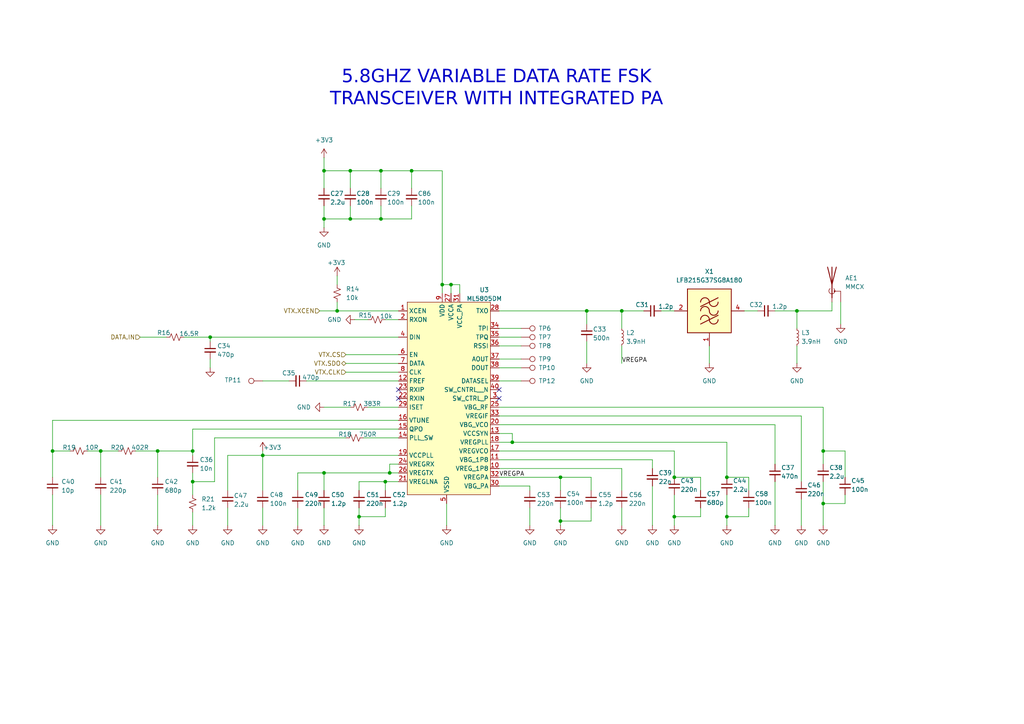
<source format=kicad_sch>
(kicad_sch (version 20250114) (generator "eeschema") (generator_version "9.0")
  (paper "A4")
  (lib_symbols
    (symbol "Connector:TestPoint" (pin_numbers (hide yes)) (pin_names (offset 0.762) (hide yes))
      (property "Reference" "TP" (at 0 6.858 0))
      (property "Value" "TestPoint" (at 0 5.08 0))
      (symbol "TestPoint_0_1"
        (circle (center 0 3.302) (radius 0.762))
      )
      (symbol "TestPoint_1_1"
        (pin passive line (at 0 0 90) (length 2.54) (name "1") (number "1"))
      )
    )
    (symbol "Device:Antenna_Shield" (pin_numbers (hide yes)) (pin_names (offset 1.016) (hide yes))
      (property "Reference" "AE" (at -1.905 4.445 0))
      (property "Value" "Antenna_Shield" (at -1.905 2.54 0))
      (symbol "Antenna_Shield_0_1"
        (arc (start 0 -2.667) (mid -0.8485 -2.1032) (end -0.508 -1.143))
        (polyline (pts (xy 0 5.08) (xy 0 -3.81)) (stroke (width 0.254)))
        (polyline (pts (xy 0 -2.54) (xy 0 0)))
        (arc (start 0.508 -1.143) (mid 0.8046 -2.0885) (end 0 -2.667))
        (polyline (pts (xy 0.762 -1.905) (xy 2.54 -1.905)))
        (circle (center 0.762 -1.905) (radius 0.1778) (fill (type outline)))
        (polyline (pts (xy 1.27 5.08) (xy 0 0) (xy -1.27 5.08)) (stroke (width 0.254)))
        (polyline (pts (xy 2.54 -2.54) (xy 2.54 -1.905)))
      )
      (symbol "Antenna_Shield_1_1"
        (pin input line (at 0 -5.08 90) (length 2.54) (name "A") (number "1"))
        (pin input line (at 2.54 -5.08 90) (length 2.54) (name "Shield") (number "2"))
      )
    )
    (symbol "Device:C_Small" (pin_numbers (hide yes)) (pin_names (offset 0.254) (hide yes))
      (property "Reference" "C" (at 0.254 1.778 0))
      (property "Value" "C_Small" (at 0.254 -2.032 0))
      (symbol "C_Small_0_1"
        (polyline (pts (xy -1.524 0.508) (xy 1.524 0.508)) (stroke (width 0.3048)))
        (polyline (pts (xy -1.524 -0.508) (xy 1.524 -0.508)) (stroke (width 0.3302)))
      )
      (symbol "C_Small_1_1"
        (pin passive line (at 0 2.54 270) (length 2.032) (name "~") (number "1"))
        (pin passive line (at 0 -2.54 90) (length 2.032) (name "~") (number "2"))
      )
    )
    (symbol "Device:L_Small" (pin_numbers (hide yes)) (pin_names (offset 0.254) (hide yes))
      (property "Reference" "L" (at 0.762 1.016 0))
      (property "Value" "L_Small" (at 0.762 -1.016 0))
      (symbol "L_Small_0_1"
        (arc (start 0 2.032) (mid 0.5058 1.524) (end 0 1.016))
        (arc (start 0 1.016) (mid 0.5058 0.508) (end 0 0))
        (arc (start 0 0) (mid 0.5058 -0.508) (end 0 -1.016))
        (arc (start 0 -1.016) (mid 0.5058 -1.524) (end 0 -2.032))
      )
      (symbol "L_Small_1_1"
        (pin passive line (at 0 2.54 270) (length 0.508) (name "~") (number "1"))
        (pin passive line (at 0 -2.54 90) (length 0.508) (name "~") (number "2"))
      )
    )
    (symbol "Device:R_Small_US" (pin_numbers (hide yes)) (pin_names (offset 0.254) (hide yes))
      (property "Reference" "R" (at 0.762 0.508 0))
      (property "Value" "R_Small_US" (at 0.762 -1.016 0))
      (symbol "R_Small_US_1_1"
        (polyline (pts (xy 0 1.524) (xy 1.016 1.143) (xy 0 0.762) (xy -1.016 0.381) (xy 0 0)))
        (polyline (pts (xy 0 0) (xy 1.016 -0.381) (xy 0 -0.762) (xy -1.016 -1.143) (xy 0 -1.524)))
        (pin passive line (at 0 2.54 270) (length 1.016) (name "~") (number "1"))
        (pin passive line (at 0 -2.54 90) (length 1.016) (name "~") (number "2"))
      )
    )
    (symbol "RF_Filter:B3715" (pin_names (hide yes))
      (property "Reference" "X?" (at 0 11.43 0))
      (property "Value" "LFB215G37SG8A180" (at 0 8.89 0))
      (symbol "B3715_1_1"
        (rectangle (start -6.35 6.35) (end 6.35 -6.35) (stroke (width 0.254)) (fill (type background)))
        (polyline (pts (xy -2.54 1.27) (xy 2.54 3.81)) (stroke (width 0.254)))
        (polyline (pts (xy -2.54 -3.81) (xy 2.54 -1.27)) (stroke (width 0.254)))
        (arc (start -2.54 2.54) (mid -1.27 3.8045) (end 0 2.54) (stroke (width 0.254)))
        (arc (start -2.54 0) (mid -1.27 1.2645) (end 0 0) (stroke (width 0.254)))
        (arc (start -2.54 -2.54) (mid -1.27 -1.2755) (end 0 -2.54) (stroke (width 0.254)))
        (arc (start 2.54 2.54) (mid 1.27 1.2755) (end 0 2.54) (stroke (width 0.254)))
        (arc (start 2.54 0) (mid 1.27 -1.2645) (end 0 0) (stroke (width 0.254)))
        (arc (start 2.54 -2.54) (mid 1.27 -3.8045) (end 0 -2.54) (stroke (width 0.254)))
        (pin input line (at -10.16 0 0) (length 3.81) (name "IN") (number "2"))
        (pin power_in line (at 0 -10.16 90) (length 3.81) (name "GND") (number "1"))
        (pin power_in line (at 0 -10.16 90) (length 3.81) (hide yes) (name "GND") (number "3"))
        (pin output line (at 10.16 0 180) (length 3.81) (name "OUT") (number "4"))
      )
    )
    (symbol "Symbol_Library:ML5805DM"
      (property "Reference" "U?" (at 24.892 3.556 0))
      (property "Value" "ML5805DM" (at 24.892 1.016 0))
      (symbol "ML5805DM_0_0"
        (pin input line (at 0 -2.54 0) (length 2.54) (name "XCEN") (number "1"))
        (pin input line (at 0 -5.08 0) (length 2.54) (name "RXON") (number "2"))
        (pin input line (at 0 -10.16 0) (length 2.54) (name "DIN") (number "4"))
        (pin input line (at 0 -15.24 0) (length 2.54) (name "EN") (number "6"))
        (pin bidirectional line (at 0 -17.78 0) (length 2.54) (name "DATA") (number "7"))
        (pin input line (at 0 -20.32 0) (length 2.54) (name "CLK") (number "8"))
        (pin input line (at 0 -22.86 0) (length 2.54) (name "FREF") (number "12"))
        (pin input line (at 0 -25.4 0) (length 2.54) (name "RXIP") (number "23"))
        (pin input line (at 0 -27.94 0) (length 2.54) (name "RXIN") (number "22"))
        (pin passive line (at 0 -30.48 0) (length 2.54) (name "ISET") (number "29"))
        (pin power_in line (at 0 -34.29 0) (length 2.54) (name "VTUNE") (number "16"))
        (pin output line (at 0 -36.83 0) (length 2.54) (name "QPO") (number "15"))
        (pin input line (at 0 -39.37 0) (length 2.54) (name "PLL_SW") (number "14"))
        (pin power_in line (at 0 -44.45 0) (length 2.54) (name "VCCPLL") (number "19"))
        (pin power_out line (at 0 -46.99 0) (length 2.54) (name "VREGRX") (number "24"))
        (pin power_in line (at 0 -49.53 0) (length 2.54) (name "VREGTX") (number "26"))
        (pin power_out line (at 0 -52.07 0) (length 2.54) (name "VREGLNA") (number "21"))
        (pin power_in line (at 12.7 2.54 270) (length 2.54) (name "VDD") (number "9"))
        (pin power_in line (at 13.97 -58.42 90) (length 2.54) (name "VSSD") (number "5"))
        (pin power_in line (at 15.24 2.54 270) (length 2.54) (name "VCCA") (number "27"))
        (pin power_in line (at 17.78 2.54 270) (length 2.54) (name "VCC_PA") (number "31"))
        (pin output line (at 29.21 -2.54 180) (length 2.54) (name "TXO") (number "28"))
        (pin passive line (at 29.21 -7.62 180) (length 2.54) (name "TPI") (number "34"))
        (pin passive line (at 29.21 -10.16 180) (length 2.54) (name "TPQ") (number "35"))
        (pin passive line (at 29.21 -12.7 180) (length 2.54) (name "RSSI") (number "36"))
        (pin passive line (at 29.21 -16.51 180) (length 2.54) (name "AOUT") (number "37"))
        (pin passive line (at 29.21 -19.05 180) (length 2.54) (name "DOUT") (number "38"))
        (pin passive line (at 29.21 -22.86 180) (length 2.54) (name "DATASEL") (number "39"))
        (pin passive line (at 29.21 -25.4 180) (length 2.54) (name "SW_CNTRL__N") (number "40"))
        (pin output line (at 29.21 -27.94 180) (length 2.54) (name "SW_CTRL_P") (number "3"))
        (pin passive line (at 29.21 -30.48 180) (length 2.54) (name "VBG_RF") (number "25"))
        (pin power_in line (at 29.21 -38.1 180) (length 2.54) (name "VCCSYN") (number "13"))
        (pin power_out line (at 29.21 -40.64 180) (length 2.54) (name "VREGPLL") (number "18"))
        (pin power_out line (at 29.21 -43.18 180) (length 2.54) (name "VREGVCO") (number "17"))
        (pin power_out line (at 29.21 -45.72 180) (length 2.54) (name "VBG_1P8") (number "11"))
        (pin power_out line (at 29.21 -48.26 180) (length 2.54) (name "VREG_1P8") (number "10"))
        (pin passive line (at 29.21 -50.8 180) (length 2.54) (name "VREGPA") (number "32"))
        (pin power_out line (at 29.21 -53.34 180) (length 2.54) (name "VBG_PA") (number "30"))
      )
      (symbol "ML5805DM_1_0"
        (pin power_out line (at 29.21 -33.02 180) (length 2.54) (name "VREGIF") (number "33"))
        (pin power_out line (at 29.21 -35.56 180) (length 2.54) (name "VBG_VCO") (number "20"))
      )
      (symbol "ML5805DM_1_1"
        (rectangle (start 2.54 0) (end 26.67 -55.88) (fill (type background)))
      )
    )
    (symbol "power:+3V3" (power) (pin_numbers (hide yes)) (pin_names (offset 0) (hide yes))
      (property "Value" "+3V3" (at 0 3.556 0))
      (symbol "+3V3_0_1"
        (polyline (pts (xy -0.762 1.27) (xy 0 2.54)))
        (polyline (pts (xy 0 2.54) (xy 0.762 1.27)))
        (polyline (pts (xy 0 0) (xy 0 2.54)))
      )
      (symbol "+3V3_1_1"
        (pin power_in line (at 0 0 90) (length 0) (name "~") (number "1"))
      )
    )
    (symbol "power:GND" (power) (pin_numbers (hide yes)) (pin_names (offset 0) (hide yes))
      (property "Value" "GND" (at 0 -3.81 0))
      (symbol "GND_0_1"
        (polyline (pts (xy 0 0) (xy 0 -1.27) (xy 1.27 -1.27) (xy 0 -2.54) (xy -1.27 -1.27) (xy 0 -1.27)))
      )
      (symbol "GND_1_1"
        (pin power_in line (at 0 0 270) (length 0) (name "~") (number "1"))
      )
    )
  )
  (text "5.8GHZ VARIABLE DATA RATE FSK\nTRANSCEIVER WITH INTEGRATED PA" (at 144.018 26.67 0) (effects (font (size 3.81 3.81))))
  (junction (at 55.88 139.7))
  (junction (at 60.96 97.79))
  (junction (at 104.14 149.86))
  (junction (at 170.18 90.17))
  (junction (at 110.49 63.5))
  (junction (at 111.76 139.7))
  (junction (at 210.82 138.43))
  (junction (at 195.58 138.43))
  (junction (at 130.81 82.55))
  (junction (at 97.79 90.17))
  (junction (at 29.21 130.81))
  (junction (at 45.72 130.81))
  (junction (at 110.49 49.53))
  (junction (at 15.24 130.81))
  (junction (at 101.6 49.53))
  (junction (at 93.98 63.5))
  (junction (at 238.76 130.81))
  (junction (at 148.59 128.27))
  (junction (at 180.34 90.17))
  (junction (at 162.56 138.43))
  (junction (at 162.56 151.13))
  (junction (at 210.82 149.86))
  (junction (at 195.58 149.86))
  (junction (at 93.98 49.53))
  (junction (at 93.98 137.16))
  (junction (at 128.27 82.55))
  (junction (at 55.88 130.81))
  (junction (at 238.76 146.05))
  (junction (at 231.14 90.17))
  (junction (at 113.03 137.16))
  (junction (at 76.2 132.08))
  (junction (at 119.38 49.53))
  (junction (at 101.6 63.5))
  (no_connect (at 144.78 115.57))
  (no_connect (at 115.57 113.03))
  (no_connect (at 144.78 113.03))
  (no_connect (at 115.57 115.57))
  (wire (pts (xy 76.2 130.81) (xy 76.2 132.08)))
  (wire (pts (xy 101.6 63.5) (xy 101.6 59.69)))
  (wire (pts (xy 144.78 125.73) (xy 148.59 125.73)))
  (wire (pts (xy 115.57 139.7) (xy 111.76 139.7)))
  (wire (pts (xy 119.38 49.53) (xy 119.38 54.61)))
  (wire (pts (xy 60.96 104.14) (xy 60.96 106.68)))
  (wire (pts (xy 128.27 82.55) (xy 130.81 82.55)))
  (wire (pts (xy 97.79 90.17) (xy 115.57 90.17)))
  (wire (pts (xy 101.6 49.53) (xy 110.49 49.53)))
  (wire (pts (xy 238.76 146.05) (xy 238.76 139.7)))
  (wire (pts (xy 55.88 130.81) (xy 55.88 132.08)))
  (wire (pts (xy 203.2 149.86) (xy 195.58 149.86)))
  (wire (pts (xy 29.21 130.81) (xy 34.29 130.81)))
  (wire (pts (xy 111.76 139.7) (xy 111.76 142.24)))
  (wire (pts (xy 189.23 135.89) (xy 189.23 133.35)))
  (wire (pts (xy 195.58 149.86) (xy 195.58 143.51)))
  (wire (pts (xy 104.14 139.7) (xy 104.14 142.24)))
  (wire (pts (xy 104.14 147.32) (xy 104.14 149.86)))
  (wire (pts (xy 189.23 152.4) (xy 189.23 140.97)))
  (wire (pts (xy 238.76 152.4) (xy 238.76 146.05)))
  (wire (pts (xy 93.98 152.4) (xy 93.98 147.32)))
  (wire (pts (xy 171.45 142.24) (xy 171.45 138.43)))
  (wire (pts (xy 180.34 105.41) (xy 180.34 100.33)))
  (wire (pts (xy 171.45 147.32) (xy 171.45 151.13)))
  (wire (pts (xy 210.82 152.4) (xy 210.82 149.86)))
  (wire (pts (xy 153.67 140.97) (xy 153.67 142.24)))
  (wire (pts (xy 104.14 149.86) (xy 104.14 152.4)))
  (wire (pts (xy 15.24 130.81) (xy 20.32 130.81)))
  (wire (pts (xy 203.2 142.24) (xy 203.2 138.43)))
  (wire (pts (xy 238.76 118.11) (xy 144.78 118.11)))
  (wire (pts (xy 151.13 100.33) (xy 144.78 100.33)))
  (wire (pts (xy 93.98 66.04) (xy 93.98 63.5)))
  (wire (pts (xy 180.34 90.17) (xy 186.69 90.17)))
  (wire (pts (xy 62.23 139.7) (xy 55.88 139.7)))
  (wire (pts (xy 224.79 152.4) (xy 224.79 139.7)))
  (wire (pts (xy 88.9 110.49) (xy 115.57 110.49)))
  (wire (pts (xy 170.18 90.17) (xy 170.18 93.98)))
  (wire (pts (xy 144.78 110.49) (xy 151.13 110.49)))
  (wire (pts (xy 45.72 130.81) (xy 45.72 138.43)))
  (wire (pts (xy 215.9 90.17) (xy 219.71 90.17)))
  (wire (pts (xy 217.17 149.86) (xy 210.82 149.86)))
  (wire (pts (xy 93.98 49.53) (xy 101.6 49.53)))
  (wire (pts (xy 97.79 87.63) (xy 97.79 90.17)))
  (wire (pts (xy 162.56 151.13) (xy 171.45 151.13)))
  (wire (pts (xy 144.78 128.27) (xy 148.59 128.27)))
  (wire (pts (xy 180.34 152.4) (xy 180.34 147.32)))
  (wire (pts (xy 210.82 149.86) (xy 210.82 143.51)))
  (wire (pts (xy 224.79 123.19) (xy 144.78 123.19)))
  (wire (pts (xy 217.17 142.24) (xy 217.17 138.43)))
  (wire (pts (xy 55.88 148.59) (xy 55.88 152.4)))
  (wire (pts (xy 151.13 104.14) (xy 144.78 104.14)))
  (wire (pts (xy 232.41 120.65) (xy 144.78 120.65)))
  (wire (pts (xy 86.36 137.16) (xy 93.98 137.16)))
  (wire (pts (xy 128.27 82.55) (xy 128.27 49.53)))
  (wire (pts (xy 115.57 134.62) (xy 113.03 134.62)))
  (wire (pts (xy 210.82 138.43) (xy 210.82 128.27)))
  (wire (pts (xy 111.76 149.86) (xy 104.14 149.86)))
  (wire (pts (xy 153.67 147.32) (xy 153.67 152.4)))
  (wire (pts (xy 45.72 130.81) (xy 55.88 130.81)))
  (wire (pts (xy 66.04 152.4) (xy 66.04 147.32)))
  (wire (pts (xy 180.34 95.25) (xy 180.34 90.17)))
  (wire (pts (xy 195.58 138.43) (xy 195.58 130.81)))
  (wire (pts (xy 101.6 63.5) (xy 110.49 63.5)))
  (wire (pts (xy 217.17 138.43) (xy 210.82 138.43)))
  (wire (pts (xy 62.23 127) (xy 62.23 139.7)))
  (wire (pts (xy 119.38 49.53) (xy 128.27 49.53)))
  (wire (pts (xy 115.57 127) (xy 105.41 127)))
  (wire (pts (xy 101.6 49.53) (xy 101.6 54.61)))
  (wire (pts (xy 93.98 63.5) (xy 93.98 59.69)))
  (wire (pts (xy 180.34 142.24) (xy 180.34 135.89)))
  (wire (pts (xy 151.13 95.25) (xy 144.78 95.25)))
  (wire (pts (xy 243.84 87.63) (xy 243.84 93.98)))
  (wire (pts (xy 224.79 134.62) (xy 224.79 123.19)))
  (wire (pts (xy 110.49 63.5) (xy 119.38 63.5)))
  (wire (pts (xy 93.98 49.53) (xy 93.98 45.72)))
  (wire (pts (xy 110.49 49.53) (xy 110.49 54.61)))
  (wire (pts (xy 102.87 92.71) (xy 106.68 92.71)))
  (wire (pts (xy 113.03 137.16) (xy 115.57 137.16)))
  (wire (pts (xy 144.78 140.97) (xy 153.67 140.97)))
  (wire (pts (xy 100.33 102.87) (xy 115.57 102.87)))
  (wire (pts (xy 180.34 135.89) (xy 144.78 135.89)))
  (wire (pts (xy 66.04 132.08) (xy 76.2 132.08)))
  (wire (pts (xy 93.98 142.24) (xy 93.98 137.16)))
  (wire (pts (xy 115.57 124.46) (xy 55.88 124.46)))
  (wire (pts (xy 217.17 147.32) (xy 217.17 149.86)))
  (wire (pts (xy 238.76 134.62) (xy 238.76 130.81)))
  (wire (pts (xy 128.27 85.09) (xy 128.27 82.55)))
  (wire (pts (xy 130.81 82.55) (xy 133.35 82.55)))
  (wire (pts (xy 40.64 97.79) (xy 48.26 97.79)))
  (wire (pts (xy 231.14 95.25) (xy 231.14 90.17)))
  (wire (pts (xy 195.58 130.81) (xy 144.78 130.81)))
  (wire (pts (xy 203.2 147.32) (xy 203.2 149.86)))
  (wire (pts (xy 205.74 100.33) (xy 205.74 105.41)))
  (wire (pts (xy 15.24 152.4) (xy 15.24 143.51)))
  (wire (pts (xy 39.37 130.81) (xy 45.72 130.81)))
  (wire (pts (xy 170.18 99.06) (xy 170.18 105.41)))
  (wire (pts (xy 170.18 90.17) (xy 144.78 90.17)))
  (wire (pts (xy 148.59 128.27) (xy 210.82 128.27)))
  (wire (pts (xy 15.24 121.92) (xy 115.57 121.92)))
  (wire (pts (xy 100.33 107.95) (xy 115.57 107.95)))
  (wire (pts (xy 245.11 130.81) (xy 238.76 130.81)))
  (wire (pts (xy 93.98 54.61) (xy 93.98 49.53)))
  (wire (pts (xy 133.35 85.09) (xy 133.35 82.55)))
  (wire (pts (xy 53.34 97.79) (xy 60.96 97.79)))
  (wire (pts (xy 110.49 63.5) (xy 110.49 59.69)))
  (wire (pts (xy 110.49 49.53) (xy 119.38 49.53)))
  (wire (pts (xy 93.98 118.11) (xy 101.6 118.11)))
  (wire (pts (xy 171.45 138.43) (xy 162.56 138.43)))
  (wire (pts (xy 195.58 152.4) (xy 195.58 149.86)))
  (wire (pts (xy 76.2 142.24) (xy 76.2 132.08)))
  (wire (pts (xy 29.21 152.4) (xy 29.21 143.51)))
  (wire (pts (xy 113.03 134.62) (xy 113.03 137.16)))
  (wire (pts (xy 238.76 146.05) (xy 245.11 146.05)))
  (wire (pts (xy 76.2 132.08) (xy 115.57 132.08)))
  (wire (pts (xy 180.34 90.17) (xy 170.18 90.17)))
  (wire (pts (xy 224.79 90.17) (xy 231.14 90.17)))
  (wire (pts (xy 130.81 85.09) (xy 130.81 82.55)))
  (wire (pts (xy 55.88 124.46) (xy 55.88 130.81)))
  (wire (pts (xy 119.38 59.69) (xy 119.38 63.5)))
  (wire (pts (xy 60.96 97.79) (xy 60.96 99.06)))
  (wire (pts (xy 55.88 139.7) (xy 55.88 143.51)))
  (wire (pts (xy 238.76 130.81) (xy 238.76 118.11)))
  (wire (pts (xy 86.36 152.4) (xy 86.36 147.32)))
  (wire (pts (xy 86.36 142.24) (xy 86.36 137.16)))
  (wire (pts (xy 29.21 138.43) (xy 29.21 130.81)))
  (wire (pts (xy 55.88 139.7) (xy 55.88 137.16)))
  (wire (pts (xy 15.24 121.92) (xy 15.24 130.81)))
  (wire (pts (xy 106.68 118.11) (xy 115.57 118.11)))
  (wire (pts (xy 15.24 138.43) (xy 15.24 130.81)))
  (wire (pts (xy 162.56 151.13) (xy 162.56 147.32)))
  (wire (pts (xy 97.79 80.01) (xy 97.79 82.55)))
  (wire (pts (xy 93.98 63.5) (xy 101.6 63.5)))
  (wire (pts (xy 76.2 110.49) (xy 83.82 110.49)))
  (wire (pts (xy 231.14 90.17) (xy 241.3 90.17)))
  (wire (pts (xy 232.41 139.7) (xy 232.41 120.65)))
  (wire (pts (xy 111.76 139.7) (xy 104.14 139.7)))
  (wire (pts (xy 162.56 142.24) (xy 162.56 138.43)))
  (wire (pts (xy 129.54 146.05) (xy 129.54 152.4)))
  (wire (pts (xy 231.14 100.33) (xy 231.14 105.41)))
  (wire (pts (xy 76.2 152.4) (xy 76.2 147.32)))
  (wire (pts (xy 60.96 97.79) (xy 115.57 97.79)))
  (wire (pts (xy 232.41 152.4) (xy 232.41 144.78)))
  (wire (pts (xy 93.98 137.16) (xy 113.03 137.16)))
  (wire (pts (xy 189.23 133.35) (xy 144.78 133.35)))
  (wire (pts (xy 241.3 87.63) (xy 241.3 90.17)))
  (wire (pts (xy 92.71 90.17) (xy 97.79 90.17)))
  (wire (pts (xy 245.11 138.43) (xy 245.11 130.81)))
  (wire (pts (xy 66.04 142.24) (xy 66.04 132.08)))
  (wire (pts (xy 45.72 143.51) (xy 45.72 152.4)))
  (wire (pts (xy 162.56 152.4) (xy 162.56 151.13)))
  (wire (pts (xy 151.13 97.79) (xy 144.78 97.79)))
  (wire (pts (xy 191.77 90.17) (xy 195.58 90.17)))
  (wire (pts (xy 25.4 130.81) (xy 29.21 130.81)))
  (wire (pts (xy 111.76 147.32) (xy 111.76 149.86)))
  (wire (pts (xy 203.2 138.43) (xy 195.58 138.43)))
  (wire (pts (xy 151.13 106.68) (xy 144.78 106.68)))
  (wire (pts (xy 245.11 143.51) (xy 245.11 146.05)))
  (wire (pts (xy 111.76 92.71) (xy 115.57 92.71)))
  (wire (pts (xy 144.78 138.43) (xy 162.56 138.43)))
  (wire (pts (xy 100.33 105.41) (xy 115.57 105.41)))
  (wire (pts (xy 100.33 127) (xy 62.23 127)))
  (wire (pts (xy 148.59 125.73) (xy 148.59 128.27)))
  (label "VREGPA" (at 180.34 105.41 0))
  (label "VREGPA" (at 144.78 138.43 0))
  (hierarchical_label "VTX.SDO" (shape bidirectional) (at 100.33 105.41 180))
  (hierarchical_label "VTX.CLK" (shape input) (at 100.33 107.95 180))
  (hierarchical_label "DATA.IN" (shape input) (at 40.64 97.79 180))
  (hierarchical_label "VTX.XCEN" (shape input) (at 92.71 90.17 180))
  (hierarchical_label "VTX.CS" (shape input) (at 100.33 102.87 180))
  (symbol (lib_id "Connector:TestPoint") (at 151.13 110.49 270) (unit 1)
    (property "Reference" "TP12" (at 156.21 110.4899 90) (effects (justify left)))
    (property "Value" "TestPoint" (effects (hide yes)))
    (property "Footprint" "TestPoint:TestPoint_Pad_D1.0mm" (effects (hide yes)))
    (property "Description" "test point" (effects (hide yes)))
  )
  (symbol (lib_id "Device:R_Small_US") (at 102.87 127 90) (unit 1)
    (property "Reference" "R18" (at 100.076 125.984 90))
    (property "Value" "750R" (at 106.68 125.984 90))
    (property "Footprint" "Resistor_SMD:R_0402_1005Metric" (effects (hide yes)))
    (property "Description" "Resistor, small US symbol" (effects (hide yes)))
  )
  (symbol (lib_id "Device:R_Small_US") (at 22.86 130.81 90) (unit 1)
    (property "Reference" "R19" (at 20.066 129.794 90))
    (property "Value" "10R" (at 26.67 129.794 90))
    (property "Footprint" "Resistor_SMD:R_0402_1005Metric" (effects (hide yes)))
    (property "Description" "Resistor, small US symbol" (effects (hide yes)))
  )
  (symbol (lib_id "power:GND") (at 93.98 66.04 0) (unit 1)
    (property "Reference" "#PWR039" (effects (hide yes)))
    (property "Value" "GND" (at 93.98 71.12 0))
    (property "Description" "Power symbol creates a global label with name \"GND\" , ground" (effects (hide yes)))
  )
  (symbol (lib_id "power:GND") (at 29.21 152.4 0) (unit 1)
    (property "Reference" "#PWR050" (effects (hide yes)))
    (property "Value" "GND" (at 29.21 157.48 0))
    (property "Description" "Power symbol creates a global label with name \"GND\" , ground" (effects (hide yes)))
  )
  (symbol (lib_id "Connector:TestPoint") (at 151.13 97.79 270) (unit 1)
    (property "Reference" "TP7" (at 156.21 97.7899 90) (effects (justify left)))
    (property "Value" "TestPoint" (effects (hide yes)))
    (property "Footprint" "TestPoint:TestPoint_Pad_D1.0mm" (effects (hide yes)))
    (property "Description" "test point" (effects (hide yes)))
  )
  (symbol (lib_id "Device:R_Small_US") (at 50.8 97.79 90) (unit 1)
    (property "Reference" "R16" (at 47.498 96.52 90))
    (property "Value" "16.5R" (at 54.864 96.774 90))
    (property "Footprint" "Resistor_SMD:R_0402_1005Metric" (effects (hide yes)))
    (property "Description" "Resistor, small US symbol" (effects (hide yes)))
  )
  (symbol (lib_id "Connector:TestPoint") (at 151.13 106.68 270) (unit 1)
    (property "Reference" "TP10" (at 156.21 106.6799 90) (effects (justify left)))
    (property "Value" "TestPoint" (effects (hide yes)))
    (property "Footprint" "TestPoint:TestPoint_Pad_D1.0mm" (effects (hide yes)))
    (property "Description" "test point" (effects (hide yes)))
  )
  (symbol (lib_id "Device:C_Small") (at 210.82 140.97 0) (unit 1)
    (property "Reference" "C44" (at 212.598 139.446 0) (effects (justify left)))
    (property "Value" "2.2u" (at 212.598 141.986 0) (effects (justify left)))
    (property "Footprint" "Capacitor_SMD:C_0402_1005Metric" (effects (hide yes)))
    (property "Description" "Unpolarized capacitor, small symbol" (effects (hide yes)))
  )
  (symbol (lib_id "Device:C_Small") (at 217.17 144.78 0) (unit 1)
    (property "Reference" "C58" (at 218.948 143.256 0) (effects (justify left)))
    (property "Value" "100n" (at 218.948 145.796 0) (effects (justify left)))
    (property "Footprint" "Capacitor_SMD:C_0402_1005Metric" (effects (hide yes)))
    (property "Description" "Unpolarized capacitor, small symbol" (effects (hide yes)))
  )
  (symbol (lib_id "Device:C_Small") (at 119.38 57.15 0) (unit 1)
    (property "Reference" "C86" (at 121.158 56.134 0) (effects (justify left)))
    (property "Value" "100n" (at 121.158 58.674 0) (effects (justify left)))
    (property "Footprint" "Capacitor_SMD:C_0402_1005Metric" (effects (hide yes)))
    (property "Description" "Unpolarized capacitor, small symbol" (effects (hide yes)))
  )
  (symbol (lib_id "Device:C_Small") (at 162.56 144.78 0) (unit 1)
    (property "Reference" "C54" (at 164.338 143.256 0) (effects (justify left)))
    (property "Value" "100n" (at 164.338 145.796 0) (effects (justify left)))
    (property "Footprint" "Capacitor_SMD:C_0402_1005Metric" (effects (hide yes)))
    (property "Description" "Unpolarized capacitor, small symbol" (effects (hide yes)))
  )
  (symbol (lib_id "power:GND") (at 180.34 152.4 0) (unit 1)
    (property "Reference" "#PWR061" (effects (hide yes)))
    (property "Value" "GND" (at 180.34 157.48 0))
    (property "Description" "Power symbol creates a global label with name \"GND\" , ground" (effects (hide yes)))
  )
  (symbol (lib_id "Connector:TestPoint") (at 151.13 95.25 270) (unit 1)
    (property "Reference" "TP6" (at 156.21 95.2499 90) (effects (justify left)))
    (property "Value" "TestPoint" (effects (hide yes)))
    (property "Footprint" "TestPoint:TestPoint_Pad_D1.0mm" (effects (hide yes)))
    (property "Description" "test point" (effects (hide yes)))
  )
  (symbol (lib_id "Device:R_Small_US") (at 104.14 118.11 90) (unit 1)
    (property "Reference" "R17" (at 101.346 117.094 90))
    (property "Value" "383R" (at 107.95 117.094 90))
    (property "Footprint" "Resistor_SMD:R_0402_1005Metric" (effects (hide yes)))
    (property "Description" "Resistor, small US symbol" (effects (hide yes)))
  )
  (symbol (lib_id "Device:C_Small") (at 170.18 96.52 0) (unit 1)
    (property "Reference" "C33" (at 171.958 95.504 0) (effects (justify left)))
    (property "Value" "500n" (at 171.958 98.044 0) (effects (justify left)))
    (property "Footprint" "Capacitor_SMD:C_0402_1005Metric" (effects (hide yes)))
    (property "Description" "Unpolarized capacitor, small symbol" (effects (hide yes)))
  )
  (symbol (lib_id "Device:C_Small") (at 15.24 140.97 0) (unit 1)
    (property "Reference" "C40" (at 17.78 139.7062 0) (effects (justify left)))
    (property "Value" "10p" (at 17.78 142.2462 0) (effects (justify left)))
    (property "Footprint" "Capacitor_SMD:C_0402_1005Metric" (effects (hide yes)))
    (property "Description" "Unpolarized capacitor, small symbol" (effects (hide yes)))
  )
  (symbol (lib_id "power:GND") (at 153.67 152.4 0) (unit 1)
    (property "Reference" "#PWR059" (effects (hide yes)))
    (property "Value" "GND" (at 153.67 157.48 0))
    (property "Description" "Power symbol creates a global label with name \"GND\" , ground" (effects (hide yes)))
  )
  (symbol (lib_id "Device:C_Small") (at 110.49 57.15 0) (unit 1)
    (property "Reference" "C29" (at 112.268 56.134 0) (effects (justify left)))
    (property "Value" "100n" (at 112.268 58.674 0) (effects (justify left)))
    (property "Footprint" "Capacitor_SMD:C_0402_1005Metric" (effects (hide yes)))
    (property "Description" "Unpolarized capacitor, small symbol" (effects (hide yes)))
  )
  (symbol (lib_id "Device:C_Small") (at 93.98 57.15 0) (unit 1)
    (property "Reference" "C27" (at 95.758 56.134 0) (effects (justify left)))
    (property "Value" "2.2u" (at 95.758 58.674 0) (effects (justify left)))
    (property "Footprint" "Capacitor_SMD:C_0402_1005Metric" (effects (hide yes)))
    (property "Description" "Unpolarized capacitor, small symbol" (effects (hide yes)))
  )
  (symbol (lib_id "Device:C_Small") (at 55.88 134.62 0) (unit 1)
    (property "Reference" "C36" (at 57.912 133.35 0) (effects (justify left)))
    (property "Value" "10n" (at 57.912 135.89 0) (effects (justify left)))
    (property "Footprint" "Capacitor_SMD:C_0402_1005Metric" (effects (hide yes)))
    (property "Description" "Unpolarized capacitor, small symbol" (effects (hide yes)))
  )
  (symbol (lib_id "Device:C_Small") (at 153.67 144.78 0) (unit 1)
    (property "Reference" "C53" (at 155.702 143.51 0) (effects (justify left)))
    (property "Value" "220n" (at 155.702 146.05 0) (effects (justify left)))
    (property "Footprint" "Capacitor_SMD:C_0402_1005Metric" (effects (hide yes)))
    (property "Description" "Unpolarized capacitor, small symbol" (effects (hide yes)))
  )
  (symbol (lib_id "power:GND") (at 195.58 152.4 0) (unit 1)
    (property "Reference" "#PWR063" (effects (hide yes)))
    (property "Value" "GND" (at 195.58 157.48 0))
    (property "Description" "Power symbol creates a global label with name \"GND\" , ground" (effects (hide yes)))
  )
  (symbol (lib_id "power:GND") (at 104.14 152.4 0) (unit 1)
    (property "Reference" "#PWR057" (effects (hide yes)))
    (property "Value" "GND" (at 104.14 157.48 0))
    (property "Description" "Power symbol creates a global label with name \"GND\" , ground" (effects (hide yes)))
  )
  (symbol (lib_id "Device:C_Small") (at 189.23 90.17 90) (unit 1)
    (property "Reference" "C31" (at 188.214 88.392 90) (effects (justify left)))
    (property "Value" "1.2p" (at 195.326 88.9 90) (effects (justify left)))
    (property "Footprint" "Capacitor_SMD:C_0402_1005Metric" (effects (hide yes)))
    (property "Description" "Unpolarized capacitor, small symbol" (effects (hide yes)))
  )
  (symbol (lib_id "Device:C_Small") (at 45.72 140.97 0) (unit 1)
    (property "Reference" "C42" (at 47.752 139.7 0) (effects (justify left)))
    (property "Value" "680p" (at 47.752 142.24 0) (effects (justify left)))
    (property "Footprint" "Capacitor_SMD:C_0402_1005Metric" (effects (hide yes)))
    (property "Description" "Unpolarized capacitor, small symbol" (effects (hide yes)))
  )
  (symbol (lib_id "power:GND") (at 93.98 118.11 270) (unit 1)
    (property "Reference" "#PWR047" (effects (hide yes)))
    (property "Value" "GND" (at 90.17 118.1099 90) (effects (justify right)))
    (property "Description" "Power symbol creates a global label with name \"GND\" , ground" (effects (hide yes)))
  )
  (symbol (lib_id "Device:C_Small") (at 86.36 144.78 0) (unit 1)
    (property "Reference" "C49" (at 88.392 143.51 0) (effects (justify left)))
    (property "Value" "220n" (at 88.392 146.05 0) (effects (justify left)))
    (property "Footprint" "Capacitor_SMD:C_0402_1005Metric" (effects (hide yes)))
    (property "Description" "Unpolarized capacitor, small symbol" (effects (hide yes)))
  )
  (symbol (lib_id "power:GND") (at 205.74 105.41 0) (unit 1)
    (property "Reference" "#PWR044" (effects (hide yes)))
    (property "Value" "GND" (at 205.74 110.49 0))
    (property "Description" "Power symbol creates a global label with name \"GND\" , ground" (effects (hide yes)))
  )
  (symbol (lib_id "Device:C_Small") (at 195.58 140.97 0) (unit 1)
    (property "Reference" "C43" (at 197.358 139.446 0) (effects (justify left)))
    (property "Value" "220n" (at 197.358 141.986 0) (effects (justify left)))
    (property "Footprint" "Capacitor_SMD:C_0402_1005Metric" (effects (hide yes)))
    (property "Description" "Unpolarized capacitor, small symbol" (effects (hide yes)))
  )
  (symbol (lib_id "Device:L_Small") (at 180.34 97.79 0) (unit 1)
    (property "Reference" "L2" (at 181.61 96.5199 0) (effects (justify left)))
    (property "Value" "3.9nH" (at 181.61 99.0599 0) (effects (justify left)))
    (property "Footprint" "Inductor_SMD:L_0402_1005Metric" (effects (hide yes)))
    (property "Description" "Inductor, small symbol" (effects (hide yes)))
  )
  (symbol (lib_id "power:GND") (at 224.79 152.4 0) (unit 1)
    (property "Reference" "#PWR065" (effects (hide yes)))
    (property "Value" "GND" (at 224.79 157.48 0))
    (property "Description" "Power symbol creates a global label with name \"GND\" , ground" (effects (hide yes)))
  )
  (symbol (lib_id "Connector:TestPoint") (at 76.2 110.49 90) (unit 1)
    (property "Reference" "TP11" (at 67.564 110.236 90))
    (property "Value" "TestPoint" (effects (hide yes)))
    (property "Footprint" "TestPoint:TestPoint_Pad_D1.0mm" (effects (hide yes)))
    (property "Description" "test point" (effects (hide yes)))
  )
  (symbol (lib_id "power:GND") (at 238.76 152.4 0) (unit 1)
    (property "Reference" "#PWR067" (effects (hide yes)))
    (property "Value" "GND" (at 238.76 157.48 0))
    (property "Description" "Power symbol creates a global label with name \"GND\" , ground" (effects (hide yes)))
  )
  (symbol (lib_id "Device:C_Small") (at 180.34 144.78 0) (unit 1)
    (property "Reference" "C56" (at 182.372 143.51 0) (effects (justify left)))
    (property "Value" "220n" (at 182.372 146.05 0) (effects (justify left)))
    (property "Footprint" "Capacitor_SMD:C_0402_1005Metric" (effects (hide yes)))
    (property "Description" "Unpolarized capacitor, small symbol" (effects (hide yes)))
  )
  (symbol (lib_id "power:GND") (at 93.98 152.4 0) (unit 1)
    (property "Reference" "#PWR056" (effects (hide yes)))
    (property "Value" "GND" (at 93.98 157.48 0))
    (property "Description" "Power symbol creates a global label with name \"GND\" , ground" (effects (hide yes)))
  )
  (symbol (lib_id "Device:R_Small_US") (at 55.88 146.05 0) (unit 1)
    (property "Reference" "R21" (at 58.42 144.7799 0) (effects (justify left)))
    (property "Value" "1.2k" (at 58.42 147.3199 0) (effects (justify left)))
    (property "Footprint" "Resistor_SMD:R_0402_1005Metric" (effects (hide yes)))
    (property "Description" "Resistor, small US symbol" (effects (hide yes)))
  )
  (symbol (lib_id "power:GND") (at 189.23 152.4 0) (unit 1)
    (property "Reference" "#PWR062" (effects (hide yes)))
    (property "Value" "GND" (at 189.23 157.48 0))
    (property "Description" "Power symbol creates a global label with name \"GND\" , ground" (effects (hide yes)))
  )
  (symbol (lib_id "Device:C_Small") (at 203.2 144.78 0) (unit 1)
    (property "Reference" "C57" (at 204.978 143.256 0) (effects (justify left)))
    (property "Value" "680p" (at 204.978 145.796 0) (effects (justify left)))
    (property "Footprint" "Capacitor_SMD:C_0402_1005Metric" (effects (hide yes)))
    (property "Description" "Unpolarized capacitor, small symbol" (effects (hide yes)))
  )
  (symbol (lib_id "Device:C_Small") (at 101.6 57.15 0) (unit 1)
    (property "Reference" "C28" (at 103.378 56.134 0) (effects (justify left)))
    (property "Value" "100n" (at 103.378 58.674 0) (effects (justify left)))
    (property "Footprint" "Capacitor_SMD:C_0402_1005Metric" (effects (hide yes)))
    (property "Description" "Unpolarized capacitor, small symbol" (effects (hide yes)))
  )
  (symbol (lib_id "Device:C_Small") (at 29.21 140.97 0) (unit 1)
    (property "Reference" "C41" (at 31.75 139.7062 0) (effects (justify left)))
    (property "Value" "220p" (at 31.75 142.2462 0) (effects (justify left)))
    (property "Footprint" "Capacitor_SMD:C_0402_1005Metric" (effects (hide yes)))
    (property "Description" "Unpolarized capacitor, small symbol" (effects (hide yes)))
  )
  (symbol (lib_id "Device:C_Small") (at 224.79 137.16 0) (unit 1)
    (property "Reference" "C37" (at 226.568 135.636 0) (effects (justify left)))
    (property "Value" "470n" (at 226.568 138.176 0) (effects (justify left)))
    (property "Footprint" "Capacitor_SMD:C_0402_1005Metric" (effects (hide yes)))
    (property "Description" "Unpolarized capacitor, small symbol" (effects (hide yes)))
  )
  (symbol (lib_id "Device:C_Small") (at 222.25 90.17 90) (unit 1)
    (property "Reference" "C32" (at 221.234 88.392 90) (effects (justify left)))
    (property "Value" "1.2p" (at 228.346 88.9 90) (effects (justify left)))
    (property "Footprint" "Capacitor_SMD:C_0402_1005Metric" (effects (hide yes)))
    (property "Description" "Unpolarized capacitor, small symbol" (effects (hide yes)))
  )
  (symbol (lib_id "Device:C_Small") (at 189.23 138.43 0) (unit 1)
    (property "Reference" "C39" (at 191.008 137.16 0) (effects (justify left)))
    (property "Value" "22n" (at 191.008 139.7 0) (effects (justify left)))
    (property "Footprint" "Capacitor_SMD:C_0402_1005Metric" (effects (hide yes)))
    (property "Description" "Unpolarized capacitor, small symbol" (effects (hide yes)))
  )
  (symbol (lib_id "Device:C_Small") (at 111.76 144.78 0) (unit 1)
    (property "Reference" "C52" (at 113.792 143.51 0) (effects (justify left)))
    (property "Value" "1.2p" (at 113.792 146.05 0) (effects (justify left)))
    (property "Footprint" "Capacitor_SMD:C_0402_1005Metric" (effects (hide yes)))
    (property "Description" "Unpolarized capacitor, small symbol" (effects (hide yes)))
  )
  (symbol (lib_id "Device:C_Small") (at 245.11 140.97 0) (unit 1)
    (property "Reference" "C45" (at 246.888 139.446 0) (effects (justify left)))
    (property "Value" "100n" (at 246.888 141.986 0) (effects (justify left)))
    (property "Footprint" "Capacitor_SMD:C_0402_1005Metric" (effects (hide yes)))
    (property "Description" "Unpolarized capacitor, small symbol" (effects (hide yes)))
  )
  (symbol (lib_id "Device:C_Small") (at 104.14 144.78 0) (unit 1)
    (property "Reference" "C51" (at 106.172 143.51 0) (effects (justify left)))
    (property "Value" "220n" (at 106.172 146.05 0) (effects (justify left)))
    (property "Footprint" "Capacitor_SMD:C_0402_1005Metric" (effects (hide yes)))
    (property "Description" "Unpolarized capacitor, small symbol" (effects (hide yes)))
  )
  (symbol (lib_id "power:GND") (at 66.04 152.4 0) (unit 1)
    (property "Reference" "#PWR053" (effects (hide yes)))
    (property "Value" "GND" (at 66.04 157.48 0))
    (property "Description" "Power symbol creates a global label with name \"GND\" , ground" (effects (hide yes)))
  )
  (symbol (lib_id "power:GND") (at 60.96 106.68 0) (unit 1)
    (property "Reference" "#PWR046" (effects (hide yes)))
    (property "Value" "GND" (effects (hide yes)))
    (property "Description" "Power symbol creates a global label with name \"GND\" , ground" (effects (hide yes)))
  )
  (symbol (lib_id "Device:C_Small") (at 60.96 101.6 0) (unit 1)
    (property "Reference" "C34" (at 62.992 100.33 0) (effects (justify left)))
    (property "Value" "470p" (at 62.992 102.87 0) (effects (justify left)))
    (property "Footprint" "Capacitor_SMD:C_0402_1005Metric" (effects (hide yes)))
    (property "Description" "Unpolarized capacitor, small symbol" (effects (hide yes)))
  )
  (symbol (lib_id "Device:L_Small") (at 231.14 97.79 0) (unit 1)
    (property "Reference" "L3" (at 232.41 96.5199 0) (effects (justify left)))
    (property "Value" "3.9nH" (at 232.41 99.0599 0) (effects (justify left)))
    (property "Footprint" "Inductor_SMD:L_0402_1005Metric" (effects (hide yes)))
    (property "Description" "Inductor, small symbol" (effects (hide yes)))
  )
  (symbol (lib_id "power:GND") (at 15.24 152.4 0) (unit 1)
    (property "Reference" "#PWR049" (effects (hide yes)))
    (property "Value" "GND" (at 15.24 157.48 0))
    (property "Description" "Power symbol creates a global label with name \"GND\" , ground" (effects (hide yes)))
  )
  (symbol (lib_id "Device:C_Small") (at 66.04 144.78 0) (unit 1)
    (property "Reference" "C47" (at 67.818 143.764 0) (effects (justify left)))
    (property "Value" "2.2u" (at 67.818 146.304 0) (effects (justify left)))
    (property "Footprint" "Capacitor_SMD:C_0402_1005Metric" (effects (hide yes)))
    (property "Description" "Unpolarized capacitor, small symbol" (effects (hide yes)))
  )
  (symbol (lib_id "Connector:TestPoint") (at 151.13 104.14 270) (unit 1)
    (property "Reference" "TP9" (at 156.21 104.1399 90) (effects (justify left)))
    (property "Value" "TestPoint" (effects (hide yes)))
    (property "Footprint" "TestPoint:TestPoint_Pad_D1.0mm" (effects (hide yes)))
    (property "Description" "test point" (effects (hide yes)))
  )
  (symbol (lib_id "Device:C_Small") (at 171.45 144.78 0) (unit 1)
    (property "Reference" "C55" (at 173.482 143.51 0) (effects (justify left)))
    (property "Value" "1.2p" (at 173.482 146.05 0) (effects (justify left)))
    (property "Footprint" "Capacitor_SMD:C_0402_1005Metric" (effects (hide yes)))
    (property "Description" "Unpolarized capacitor, small symbol" (effects (hide yes)))
  )
  (symbol (lib_id "Device:C_Small") (at 86.36 110.49 270) (unit 1)
    (property "Reference" "C35" (at 81.788 108.204 90) (effects (justify left)))
    (property "Value" "470p" (at 87.63 109.474 90) (effects (justify left)))
    (property "Footprint" "Capacitor_SMD:C_0402_1005Metric" (effects (hide yes)))
    (property "Description" "Unpolarized capacitor, small symbol" (effects (hide yes)))
  )
  (symbol (lib_id "Device:R_Small_US") (at 36.83 130.81 90) (unit 1)
    (property "Reference" "R20" (at 34.036 129.794 90))
    (property "Value" "402R" (at 40.64 129.794 90))
    (property "Footprint" "Resistor_SMD:R_0402_1005Metric" (effects (hide yes)))
    (property "Description" "Resistor, small US symbol" (effects (hide yes)))
  )
  (symbol (lib_id "Device:C_Small") (at 238.76 137.16 0) (unit 1)
    (property "Reference" "C38" (at 240.538 135.636 0) (effects (justify left)))
    (property "Value" "2.2u" (at 240.538 138.176 0) (effects (justify left)))
    (property "Footprint" "Capacitor_SMD:C_0402_1005Metric" (effects (hide yes)))
    (property "Description" "Unpolarized capacitor, small symbol" (effects (hide yes)))
  )
  (symbol (lib_id "power:GND") (at 102.87 92.71 270) (unit 1)
    (property "Reference" "#PWR041" (effects (hide yes)))
    (property "Value" "GND" (at 99.06 92.7099 90) (effects (justify right)))
    (property "Description" "Power symbol creates a global label with name \"GND\" , ground" (effects (hide yes)))
  )
  (symbol (lib_id "power:GND") (at 232.41 152.4 0) (unit 1)
    (property "Reference" "#PWR066" (effects (hide yes)))
    (property "Value" "GND" (at 232.41 157.48 0))
    (property "Description" "Power symbol creates a global label with name \"GND\" , ground" (effects (hide yes)))
  )
  (symbol (lib_id "RF_Filter:B3715") (at 205.74 90.17 0) (unit 1)
    (property "Reference" "X1" (at 205.74 78.74 0))
    (property "Value" "LFB215G37SG8A180" (at 205.74 81.28 0))
    (property "Footprint" "greencharge-footprints:BPF2012LL01R5000A" (effects (hide yes)))
    (property "Datasheet" "https://yageogroup.com/content/datasheet/asset/file/DATASHEET_PULSE_BPF_TYPE01_BPF2012LL01R5000A" (effects (hide yes)))
    (property "Description" "Bandpass Filter, 869MHz, SAW filter 6-pin" (effects (hide yes)))
  )
  (symbol (lib_id "Connector:TestPoint") (at 151.13 100.33 270) (unit 1)
    (property "Reference" "TP8" (at 156.21 100.3299 90) (effects (justify left)))
    (property "Value" "TestPoint" (effects (hide yes)))
    (property "Footprint" "TestPoint:TestPoint_Pad_D1.0mm" (effects (hide yes)))
    (property "Description" "test point" (effects (hide yes)))
  )
  (symbol (lib_id "Symbol_Library:ML5805DM") (at 115.57 87.63 0) (unit 1)
    (property "Reference" "U3" (at 140.462 84.074 0))
    (property "Value" "ML5805DM" (at 140.462 86.614 0))
    (property "Footprint" "Package_DFN_QFN:QFN-40-1EP_6x6mm_P0.5mm_EP4.6x4.6mm" (effects (hide yes)))
    (property "Datasheet" "https://www.digchip.com/datasheets/download_datasheet.php?id=1341488&part-number=ML5805" (effects (hide yes)))
  )
  (symbol (lib_id "power:GND") (at 231.14 105.41 0) (unit 1)
    (property "Reference" "#PWR045" (effects (hide yes)))
    (property "Value" "GND" (at 231.14 110.49 0))
    (property "Description" "Power symbol creates a global label with name \"GND\" , ground" (effects (hide yes)))
  )
  (symbol (lib_id "power:+3V3") (at 76.2 130.81 0) (unit 1)
    (property "Reference" "#PWR048" (effects (hide yes)))
    (property "Value" "+3V3" (at 78.994 129.794 0))
    (property "Description" "Power symbol creates a global label with name \"+3V3\"" (effects (hide yes)))
  )
  (symbol (lib_id "power:GND") (at 170.18 105.41 0) (unit 1)
    (property "Reference" "#PWR043" (effects (hide yes)))
    (property "Value" "GND" (at 170.18 110.49 0))
    (property "Description" "Power symbol creates a global label with name \"GND\" , ground" (effects (hide yes)))
  )
  (symbol (lib_id "Device:Antenna_Shield") (at 241.3 82.55 0) (unit 1)
    (property "Reference" "AE1" (at 245.11 80.6449 0) (effects (justify left)))
    (property "Value" "MMCX" (at 245.11 83.1849 0) (effects (justify left)))
    (property "Footprint" "Connector_Coaxial:U.FL_Hirose_U.FL-R-SMT-1_Vertical" (effects (hide yes)))
    (property "Description" "Antenna with extra pin for shielding" (effects (hide yes)))
  )
  (symbol (lib_id "power:GND") (at 210.82 152.4 0) (unit 1)
    (property "Reference" "#PWR064" (effects (hide yes)))
    (property "Value" "GND" (at 210.82 157.48 0))
    (property "Description" "Power symbol creates a global label with name \"GND\" , ground" (effects (hide yes)))
  )
  (symbol (lib_id "power:+3V3") (at 97.79 80.01 0) (unit 1)
    (property "Reference" "#PWR040" (effects (hide yes)))
    (property "Value" "+3V3" (at 97.536 76.2 0))
    (property "Description" "Power symbol creates a global label with name \"+3V3\"" (effects (hide yes)))
  )
  (symbol (lib_id "Device:C_Small") (at 232.41 142.24 0) (unit 1)
    (property "Reference" "C46" (at 234.188 140.716 0) (effects (justify left)))
    (property "Value" "220n" (at 234.188 143.256 0) (effects (justify left)))
    (property "Footprint" "Capacitor_SMD:C_0402_1005Metric" (effects (hide yes)))
    (property "Description" "Unpolarized capacitor, small symbol" (effects (hide yes)))
  )
  (symbol (lib_id "power:GND") (at 162.56 152.4 0) (unit 1)
    (property "Reference" "#PWR060" (effects (hide yes)))
    (property "Value" "GND" (at 162.56 157.48 0))
    (property "Description" "Power symbol creates a global label with name \"GND\" , ground" (effects (hide yes)))
  )
  (symbol (lib_id "Device:C_Small") (at 76.2 144.78 0) (unit 1)
    (property "Reference" "C48" (at 78.232 143.51 0) (effects (justify left)))
    (property "Value" "100n" (at 78.232 146.05 0) (effects (justify left)))
    (property "Footprint" "Capacitor_SMD:C_0402_1005Metric" (effects (hide yes)))
    (property "Description" "Unpolarized capacitor, small symbol" (effects (hide yes)))
  )
  (symbol (lib_id "power:GND") (at 86.36 152.4 0) (unit 1)
    (property "Reference" "#PWR055" (effects (hide yes)))
    (property "Value" "GND" (at 86.36 157.48 0))
    (property "Description" "Power symbol creates a global label with name \"GND\" , ground" (effects (hide yes)))
  )
  (symbol (lib_id "power:GND") (at 243.84 93.98 0) (unit 1)
    (property "Reference" "#PWR042" (effects (hide yes)))
    (property "Value" "GND" (at 243.84 99.06 0))
    (property "Description" "Power symbol creates a global label with name \"GND\" , ground" (effects (hide yes)))
  )
  (symbol (lib_id "Device:C_Small") (at 93.98 144.78 0) (unit 1)
    (property "Reference" "C50" (at 96.012 143.51 0) (effects (justify left)))
    (property "Value" "1.2p" (at 96.012 146.05 0) (effects (justify left)))
    (property "Footprint" "Capacitor_SMD:C_0402_1005Metric" (effects (hide yes)))
    (property "Description" "Unpolarized capacitor, small symbol" (effects (hide yes)))
  )
  (symbol (lib_id "power:GND") (at 55.88 152.4 0) (unit 1)
    (property "Reference" "#PWR052" (effects (hide yes)))
    (property "Value" "GND" (at 55.88 157.48 0))
    (property "Description" "Power symbol creates a global label with name \"GND\" , ground" (effects (hide yes)))
  )
  (symbol (lib_id "power:GND") (at 129.54 152.4 0) (unit 1)
    (property "Reference" "#PWR058" (effects (hide yes)))
    (property "Value" "GND" (at 129.54 157.48 0))
    (property "Description" "Power symbol creates a global label with name \"GND\" , ground" (effects (hide yes)))
  )
  (symbol (lib_id "Device:R_Small_US") (at 109.22 92.71 90) (unit 1)
    (property "Reference" "R15" (at 105.918 91.44 90))
    (property "Value" "10k" (at 112.014 91.694 90))
    (property "Footprint" "Resistor_SMD:R_0402_1005Metric" (effects (hide yes)))
    (property "Description" "Resistor, small US symbol" (effects (hide yes)))
  )
  (symbol (lib_id "power:GND") (at 76.2 152.4 0) (unit 1)
    (property "Reference" "#PWR054" (effects (hide yes)))
    (property "Value" "GND" (at 76.2 157.48 0))
    (property "Description" "Power symbol creates a global label with name \"GND\" , ground" (effects (hide yes)))
  )
  (symbol (lib_id "power:+3V3") (at 93.98 45.72 0) (unit 1)
    (property "Reference" "#PWR038" (effects (hide yes)))
    (property "Value" "+3V3" (at 93.98 40.64 0))
    (property "Description" "Power symbol creates a global label with name \"+3V3\"" (effects (hide yes)))
  )
  (symbol (lib_id "Device:R_Small_US") (at 97.79 85.09 0) (unit 1)
    (property "Reference" "R14" (at 100.33 83.8199 0) (effects (justify left)))
    (property "Value" "10k" (at 100.33 86.3599 0) (effects (justify left)))
    (property "Footprint" "Resistor_SMD:R_0402_1005Metric" (effects (hide yes)))
    (property "Description" "Resistor, small US symbol" (effects (hide yes)))
  )
  (symbol (lib_id "power:GND") (at 45.72 152.4 0) (unit 1)
    (property "Reference" "#PWR051" (effects (hide yes)))
    (property "Value" "GND" (at 45.72 157.48 0))
    (property "Description" "Power symbol creates a global label with name \"GND\" , ground" (effects (hide yes)))
  )
)
</source>
